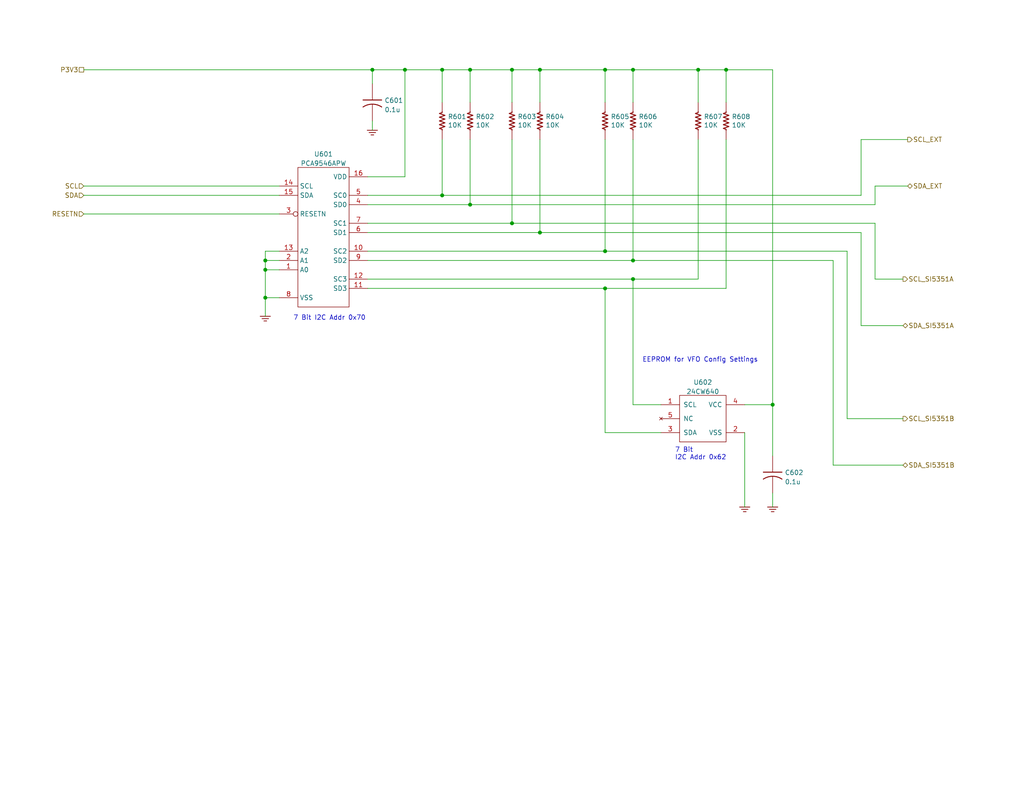
<source format=kicad_sch>
(kicad_sch (version 20211123) (generator eeschema)
  (paper "A")
  (title_block (title "Quad output VFO") (rev "X2"))
  (lib_symbols
    (symbol "custom:24CW640" (pin_names (offset 1.016))
      (property "Reference" "U" (at 0 7.62 0))
      (property "Value" "24CW640" (at 0 -7.62 0))
      (symbol "24CW640_0_1"
        (rectangle (start -6.35 6.35) (end 6.35 -6.35))
      )
      (symbol "24CW640_1_1"
        (pin input line (at -11.43 3.81 0) (length 5.08) (name "SCL") (number "1"))
        (pin power_in line (at 11.43 -3.81 180) (length 5.08) (name "VSS") (number "2"))
        (pin bidirectional line (at -11.43 -3.81 0) (length 5.08) (name "SDA") (number "3"))
        (pin power_in line (at 11.43 3.81 180) (length 5.08) (name "VCC") (number "4"))
        (pin no_connect line (at -11.43 0 0) (length 5.08) (name "NC") (number "5"))
      )
    )
    (symbol "custom:C_US_0805_0.1UF_X7R_10%_50V_HS" (pin_numbers hide) (pin_names (offset 0.254) hide)
      (property "Reference" "C" (at 1.27 2.54 0))
      (property "Value" "C_US_0805_0.1UF_X7R_10%_50V_HS" (at 1.27 -2.54 0))
      (symbol "C_US_0805_0.1UF_X7R_10%_50V_HS_0_1"
        (polyline (pts (xy -2.54 0.635) (xy 2.54 0.635) (xy 2.54 0.635)) (stroke (width 0.254)))
        (arc (start 2.54 -1.27) (mid 0 -0.5009) (end -2.54 -1.27) (stroke (width 0.254)))
      )
      (symbol "C_US_0805_0.1UF_X7R_10%_50V_HS_1_1"
        (pin passive line (at 0 5.08 270) (length 4.445) (name "~") (number "1"))
        (pin passive line (at 0 -5.08 90) (length 4.445) (name "~") (number "2"))
      )
    )
    (symbol "custom:GND_US" (power) (pin_names (offset 0))
      (symbol "GND_US_0_1"
        (polyline (pts (xy -1.397 0) (xy 1.397 0)) (stroke (width 0.2032)))
        (polyline (pts (xy -0.889 -0.635) (xy 0.889 -0.635)) (stroke (width 0.2032)))
        (polyline (pts (xy -0.381 -1.27) (xy 0.381 -1.27)) (stroke (width 0.2032)))
      )
      (symbol "GND_US_1_1"
        (pin power_in line (at 0 0 90) (length 0) hide (name "GND") (number "1"))
      )
    )
    (symbol "custom:PCA9546APW"
      (property "Reference" "U" (at 0 -15.24 0))
      (property "Value" "PCA9546APW" (at -1.27 27.94 0))
      (symbol "PCA9546APW_0_0"
        (pin input line (at -12.7 -2.54 0) (length 5.08) (name "A0") (number "1"))
        (pin input line (at -12.7 2.54 0) (length 5.08) (name "A2") (number "13"))
        (pin input line (at -12.7 20.32 0) (length 5.08) (name "SCL") (number "14"))
        (pin bidirectional line (at -12.7 17.78 0) (length 5.08) (name "SDA") (number "15"))
        (pin power_in line (at 11.43 22.86 180) (length 5.08) (name "VDD") (number "16"))
        (pin input line (at -12.7 0 0) (length 5.08) (name "A1") (number "2"))
        (pin input inverted (at -12.7 12.7 0) (length 5.08) (name "RESETN") (number "3"))
        (pin bidirectional line (at 11.43 15.24 180) (length 5.08) (name "SD0") (number "4"))
        (pin output line (at 11.43 17.78 180) (length 5.08) (name "SC0") (number "5"))
        (pin power_in line (at -12.7 -10.16 0) (length 5.08) (name "VSS") (number "8"))
      )
      (symbol "PCA9546APW_0_1"
        (rectangle (start -7.62 25.4) (end 6.35 -12.7) (stroke (width 0.1524)))
      )
      (symbol "PCA9546APW_1_1"
        (pin input line (at 11.43 2.54 180) (length 5.08) (name "SC2") (number "10"))
        (pin bidirectional line (at 11.43 -7.62 180) (length 5.08) (name "SD3") (number "11"))
        (pin output line (at 11.43 -5.08 180) (length 5.08) (name "SC3") (number "12"))
        (pin bidirectional line (at 11.43 7.62 180) (length 5.08) (name "SD1") (number "6"))
        (pin input line (at 11.43 10.16 180) (length 5.08) (name "SC1") (number "7"))
        (pin bidirectional line (at 11.43 0 180) (length 5.08) (name "SD2") (number "9"))
      )
    )
    (symbol "custom:R_US_0805_1%_HS" (pin_numbers hide) (pin_names (offset 1.016) hide)
      (property "Reference" "R" (at 2.032 0 90))
      (property "Value" "R_US_0805_1%_HS" (at -2.032 0 90))
      (symbol "R_US_0805_1%_HS_0_0"
        (polyline (pts (xy 0 -2.54) (xy 0 -2.54) (xy 0 -2.286) (xy -0.762 -2.032) (xy 0.762 -1.524) (xy -0.762 -1.016) (xy 0.762 -0.508) (xy -0.762 0) (xy 0.762 0.508) (xy -0.762 1.016) (xy 0.762 1.524) (xy -0.762 2.032) (xy 0 2.286) (xy 0 2.54) (xy 0 2.54)) (stroke (width 0.254)))
      )
      (symbol "R_US_0805_1%_HS_1_1"
        (pin passive line (at 0 5.08 270) (length 2.54) (name "~") (number "1"))
        (pin passive line (at 0 -5.08 90) (length 2.54) (name "~") (number "2"))
      )
    )
  )
  (junction (at 128.27 55.88))
  (junction (at 128.27 19.05))
  (junction (at 172.72 19.05))
  (junction (at 139.7 60.96))
  (junction (at 147.32 63.5))
  (junction (at 172.72 71.12))
  (junction (at 101.6 19.05))
  (junction (at 147.32 19.05))
  (junction (at 120.65 19.05))
  (junction (at 72.39 73.66))
  (junction (at 210.82 110.49))
  (junction (at 120.65 53.34))
  (junction (at 198.12 19.05))
  (junction (at 139.7 19.05))
  (junction (at 190.5 19.05))
  (junction (at 110.49 19.05))
  (junction (at 165.1 19.05))
  (junction (at 165.1 78.74))
  (junction (at 72.39 81.28))
  (junction (at 165.1 68.58))
  (junction (at 172.72 76.2))
  (junction (at 72.39 71.12))
  (wire (pts (xy 120.65 19.05) (xy 128.27 19.05)))
  (wire (pts (xy 234.95 53.34) (xy 234.95 38.1)))
  (wire (pts (xy 238.76 50.8) (xy 247.65 50.8)))
  (wire (pts (xy 234.95 63.5) (xy 234.95 88.9)))
  (wire (pts (xy 172.72 110.49) (xy 172.72 76.2)))
  (wire (pts (xy 139.7 19.05) (xy 139.7 27.94)))
  (wire (pts (xy 234.95 38.1) (xy 247.65 38.1)))
  (wire (pts (xy 128.27 55.88) (xy 238.76 55.88)))
  (wire (pts (xy 22.86 53.34) (xy 76.2 53.34)))
  (wire (pts (xy 165.1 68.58) (xy 231.14 68.58)))
  (wire (pts (xy 76.2 81.28) (xy 72.39 81.28)))
  (wire (pts (xy 101.6 19.05) (xy 110.49 19.05)))
  (wire (pts (xy 172.72 19.05) (xy 172.72 27.94)))
  (wire (pts (xy 139.7 19.05) (xy 147.32 19.05)))
  (wire (pts (xy 147.32 19.05) (xy 147.32 27.94)))
  (wire (pts (xy 128.27 38.1) (xy 128.27 55.88)))
  (wire (pts (xy 100.33 53.34) (xy 120.65 53.34)))
  (wire (pts (xy 210.82 110.49) (xy 210.82 124.46)))
  (wire (pts (xy 190.5 19.05) (xy 198.12 19.05)))
  (wire (pts (xy 210.82 19.05) (xy 198.12 19.05)))
  (wire (pts (xy 203.2 110.49) (xy 210.82 110.49)))
  (wire (pts (xy 147.32 19.05) (xy 165.1 19.05)))
  (wire (pts (xy 128.27 19.05) (xy 139.7 19.05)))
  (wire (pts (xy 100.33 78.74) (xy 165.1 78.74)))
  (wire (pts (xy 198.12 78.74) (xy 198.12 38.1)))
  (wire (pts (xy 120.65 53.34) (xy 234.95 53.34)))
  (wire (pts (xy 110.49 19.05) (xy 110.49 48.26)))
  (wire (pts (xy 101.6 33.02) (xy 101.6 35.56)))
  (wire (pts (xy 100.33 68.58) (xy 165.1 68.58)))
  (wire (pts (xy 139.7 38.1) (xy 139.7 60.96)))
  (wire (pts (xy 22.86 19.05) (xy 101.6 19.05)))
  (wire (pts (xy 231.14 68.58) (xy 231.14 114.3)))
  (wire (pts (xy 172.72 71.12) (xy 227.33 71.12)))
  (wire (pts (xy 238.76 60.96) (xy 238.76 76.2)))
  (wire (pts (xy 72.39 68.58) (xy 72.39 71.12)))
  (wire (pts (xy 72.39 73.66) (xy 76.2 73.66)))
  (wire (pts (xy 238.76 76.2) (xy 246.38 76.2)))
  (wire (pts (xy 147.32 63.5) (xy 234.95 63.5)))
  (wire (pts (xy 165.1 118.11) (xy 165.1 78.74)))
  (wire (pts (xy 172.72 38.1) (xy 172.72 71.12)))
  (wire (pts (xy 100.33 71.12) (xy 172.72 71.12)))
  (wire (pts (xy 72.39 73.66) (xy 72.39 81.28)))
  (wire (pts (xy 76.2 68.58) (xy 72.39 68.58)))
  (wire (pts (xy 210.82 134.62) (xy 210.82 138.43)))
  (wire (pts (xy 210.82 19.05) (xy 210.82 110.49)))
  (wire (pts (xy 100.33 55.88) (xy 128.27 55.88)))
  (wire (pts (xy 165.1 78.74) (xy 198.12 78.74)))
  (wire (pts (xy 227.33 71.12) (xy 227.33 127)))
  (wire (pts (xy 147.32 38.1) (xy 147.32 63.5)))
  (wire (pts (xy 100.33 60.96) (xy 139.7 60.96)))
  (wire (pts (xy 227.33 127) (xy 246.38 127)))
  (wire (pts (xy 190.5 76.2) (xy 190.5 38.1)))
  (wire (pts (xy 198.12 27.94) (xy 198.12 19.05)))
  (wire (pts (xy 172.72 76.2) (xy 190.5 76.2)))
  (wire (pts (xy 72.39 71.12) (xy 76.2 71.12)))
  (wire (pts (xy 100.33 63.5) (xy 147.32 63.5)))
  (wire (pts (xy 190.5 19.05) (xy 190.5 27.94)))
  (wire (pts (xy 128.27 19.05) (xy 128.27 27.94)))
  (wire (pts (xy 110.49 48.26) (xy 100.33 48.26)))
  (wire (pts (xy 172.72 19.05) (xy 190.5 19.05)))
  (wire (pts (xy 22.86 58.42) (xy 76.2 58.42)))
  (wire (pts (xy 72.39 81.28) (xy 72.39 86.36)))
  (wire (pts (xy 22.86 50.8) (xy 76.2 50.8)))
  (wire (pts (xy 72.39 71.12) (xy 72.39 73.66)))
  (wire (pts (xy 120.65 19.05) (xy 120.65 27.94)))
  (wire (pts (xy 238.76 55.88) (xy 238.76 50.8)))
  (wire (pts (xy 139.7 60.96) (xy 238.76 60.96)))
  (wire (pts (xy 165.1 38.1) (xy 165.1 68.58)))
  (wire (pts (xy 203.2 118.11) (xy 203.2 138.43)))
  (wire (pts (xy 100.33 76.2) (xy 172.72 76.2)))
  (wire (pts (xy 120.65 38.1) (xy 120.65 53.34)))
  (wire (pts (xy 165.1 19.05) (xy 172.72 19.05)))
  (wire (pts (xy 120.65 19.05) (xy 110.49 19.05)))
  (wire (pts (xy 165.1 19.05) (xy 165.1 27.94)))
  (wire (pts (xy 101.6 19.05) (xy 101.6 22.86)))
  (wire (pts (xy 234.95 88.9) (xy 246.38 88.9)))
  (wire (pts (xy 180.34 118.11) (xy 165.1 118.11)))
  (wire (pts (xy 231.14 114.3) (xy 246.38 114.3)))
  (wire (pts (xy 180.34 110.49) (xy 172.72 110.49)))
  (text "EEPROM for VFO Config Settings" (at 175.26 99.06 0) (effects (font (size 1.27 1.27)) (justify left bottom)))
  (text "7 Bit \nI2C Addr 0x62" (at 184.15 125.73 0) (effects (font (size 1.27 1.27)) (justify left bottom)))
  (text "7 Bit I2C Addr 0x70" (at 80.01 87.63 0) (effects (font (size 1.27 1.27)) (justify left bottom)))
  (hierarchical_label "SCL_EXT" (shape output) (at 247.65 38.1 0))
  (hierarchical_label "RESETN" (shape input) (at 22.86 58.42 180))
  (hierarchical_label "SDA_SI5351A" (shape bidirectional) (at 246.38 88.9 0))
  (hierarchical_label "SDA_SI5351B" (shape bidirectional) (at 246.38 127 0))
  (hierarchical_label "P3V3" (shape passive) (at 22.86 19.05 180))
  (hierarchical_label "SCL_SI5351B" (shape output) (at 246.38 114.3 0))
  (hierarchical_label "SCL" (shape input) (at 22.86 50.8 180))
  (hierarchical_label "SDA_EXT" (shape bidirectional) (at 247.65 50.8 0))
  (hierarchical_label "SCL_SI5351A" (shape output) (at 246.38 76.2 0))
  (hierarchical_label "SDA" (shape input) (at 22.86 53.34 180))
  (symbol (lib_id "custom:C_US_0805_0.1UF_X7R_10%_50V_HS") (at 210.82 129.54 0) (unit 1)
    (property "Reference" "C602" (at 214.122 129.0228 0) (effects (justify left)))
    (property "Value" "0.1u" (at 214.122 131.5597 0) (effects (justify left)))
    (property "Footprint" "Capacitor_SMD:C_0603_1608Metric_Pad1.08x0.95mm_HandSolder" (effects hide))
    (property "PartNumber" "800063-104" (effects hide))
  )
  (symbol (lib_id "custom:C_US_0805_0.1UF_X7R_10%_50V_HS") (at 101.6 27.94 0) (unit 1)
    (property "Reference" "C601" (at 104.902 27.4228 0) (effects (justify left)))
    (property "Value" "0.1u" (at 104.902 29.9597 0) (effects (justify left)))
    (property "Footprint" "Capacitor_SMD:C_0603_1608Metric_Pad1.08x0.95mm_HandSolder" (effects hide))
    (property "PartNumber" "800063-104" (effects hide))
  )
  (symbol (lib_id "custom:R_US_0805_1%_HS") (at 172.72 33.02 0) (unit 1)
    (property "Reference" "R606" (at 174.244 31.8516 0) (effects (justify left)))
    (property "Value" "10K" (at 174.244 34.163 0) (effects (justify left)))
    (property "Footprint" "Resistor_SMD:R_0805_2012Metric_Pad1.20x1.40mm_HandSolder" (effects hide))
    (property "PartNumber" "800235-103" (effects hide))
  )
  (symbol (lib_id "custom:GND_US") (at 210.82 138.43 0) (unit 1)
    (property "Reference" "#PWR0604" (effects hide))
    (property "Value" "GND_US" (effects hide))
  )
  (symbol (lib_id "custom:GND_US") (at 101.6 35.56 0) (unit 1)
    (property "Reference" "#PWR0601" (effects hide))
    (property "Value" "GND_US" (effects hide))
  )
  (symbol (lib_id "custom:R_US_0805_1%_HS") (at 165.1 33.02 0) (unit 1)
    (property "Reference" "R605" (at 166.624 31.8516 0) (effects (justify left)))
    (property "Value" "10K" (at 166.624 34.163 0) (effects (justify left)))
    (property "Footprint" "Resistor_SMD:R_0805_2012Metric_Pad1.20x1.40mm_HandSolder" (effects hide))
    (property "PartNumber" "800235-103" (effects hide))
  )
  (symbol (lib_id "custom:GND_US") (at 72.39 86.36 0) (unit 1)
    (property "Reference" "#PWR0602" (effects hide))
    (property "Value" "GND_US" (effects hide))
  )
  (symbol (lib_id "custom:R_US_0805_1%_HS") (at 198.12 33.02 0) (unit 1)
    (property "Reference" "R608" (at 199.644 31.8516 0) (effects (justify left)))
    (property "Value" "10K" (at 199.644 34.163 0) (effects (justify left)))
    (property "Footprint" "Resistor_SMD:R_0805_2012Metric_Pad1.20x1.40mm_HandSolder" (effects hide))
    (property "PartNumber" "800235-103" (effects hide))
  )
  (symbol (lib_id "custom:R_US_0805_1%_HS") (at 128.27 33.02 0) (unit 1)
    (property "Reference" "R602" (at 129.794 31.8516 0) (effects (justify left)))
    (property "Value" "10K" (at 129.794 34.163 0) (effects (justify left)))
    (property "Footprint" "Resistor_SMD:R_0805_2012Metric_Pad1.20x1.40mm_HandSolder" (effects hide))
    (property "PartNumber" "800235-103" (effects hide))
  )
  (symbol (lib_id "custom:R_US_0805_1%_HS") (at 147.32 33.02 0) (unit 1)
    (property "Reference" "R604" (at 148.844 31.8516 0) (effects (justify left)))
    (property "Value" "10K" (at 148.844 34.163 0) (effects (justify left)))
    (property "Footprint" "Resistor_SMD:R_0805_2012Metric_Pad1.20x1.40mm_HandSolder" (effects hide))
    (property "PartNumber" "800235-103" (effects hide))
  )
  (symbol (lib_id "custom:24CW640") (at 191.77 114.3 0) (unit 1)
    (property "Reference" "U602" (at 191.77 104.3772 0))
    (property "Value" "24CW640" (at 191.77 106.9141 0))
    (property "Footprint" "mods:SOT23-5-SAR" (effects hide))
    (property "PartNumber" "800284-101" (effects hide))
  )
  (symbol (lib_id "custom:PCA9546APW") (at 88.9 71.12 0) (unit 1)
    (property "Reference" "U601" (at 88.265 42.071 0))
    (property "Value" "PCA9546APW" (at 88.265 44.6079 0))
    (property "Footprint" "mods:TSSOP-16_4.4x5mm_P0.65mm" (effects hide))
    (property "PartNumber" "800290-101" (effects hide))
  )
  (symbol (lib_id "custom:R_US_0805_1%_HS") (at 139.7 33.02 0) (unit 1)
    (property "Reference" "R603" (at 141.224 31.8516 0) (effects (justify left)))
    (property "Value" "10K" (at 141.224 34.163 0) (effects (justify left)))
    (property "Footprint" "Resistor_SMD:R_0805_2012Metric_Pad1.20x1.40mm_HandSolder" (effects hide))
    (property "PartNumber" "800235-103" (effects hide))
  )
  (symbol (lib_id "custom:GND_US") (at 203.2 138.43 0) (unit 1)
    (property "Reference" "#PWR0603" (effects hide))
    (property "Value" "GND_US" (effects hide))
  )
  (symbol (lib_id "custom:R_US_0805_1%_HS") (at 190.5 33.02 0) (unit 1)
    (property "Reference" "R607" (at 192.024 31.8516 0) (effects (justify left)))
    (property "Value" "10K" (at 192.024 34.163 0) (effects (justify left)))
    (property "Footprint" "Resistor_SMD:R_0805_2012Metric_Pad1.20x1.40mm_HandSolder" (effects hide))
    (property "PartNumber" "800235-103" (effects hide))
  )
  (symbol (lib_id "custom:R_US_0805_1%_HS") (at 120.65 33.02 0) (unit 1)
    (property "Reference" "R601" (at 122.174 31.8516 0) (effects (justify left)))
    (property "Value" "10K" (at 122.174 34.163 0) (effects (justify left)))
    (property "Footprint" "Resistor_SMD:R_0805_2012Metric_Pad1.20x1.40mm_HandSolder" (effects hide))
    (property "PartNumber" "800235-103" (effects hide))
  )
)
</source>
